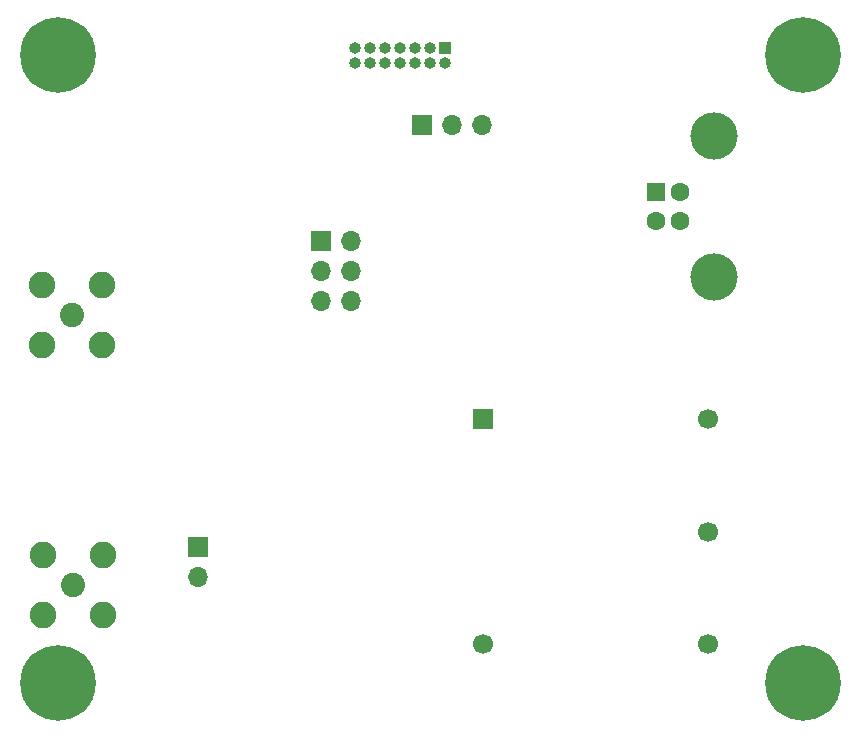
<source format=gbr>
%TF.GenerationSoftware,KiCad,Pcbnew,8.0.0*%
%TF.CreationDate,2024-06-03T00:37:32+08:00*%
%TF.ProjectId,CattusGPSDOv1,43617474-7573-4475-9053-444f76312e6b,rev?*%
%TF.SameCoordinates,Original*%
%TF.FileFunction,Soldermask,Bot*%
%TF.FilePolarity,Negative*%
%FSLAX46Y46*%
G04 Gerber Fmt 4.6, Leading zero omitted, Abs format (unit mm)*
G04 Created by KiCad (PCBNEW 8.0.0) date 2024-06-03 00:37:32*
%MOMM*%
%LPD*%
G01*
G04 APERTURE LIST*
%ADD10R,1.700000X1.700000*%
%ADD11O,1.700000X1.700000*%
%ADD12R,1.600000X1.600000*%
%ADD13C,1.600000*%
%ADD14C,4.000000*%
%ADD15C,2.050000*%
%ADD16C,2.250000*%
%ADD17C,0.800000*%
%ADD18C,6.400000*%
%ADD19C,1.700000*%
%ADD20R,1.000000X1.000000*%
%ADD21O,1.000000X1.000000*%
G04 APERTURE END LIST*
D10*
%TO.C,J5*%
X139885000Y-87525000D03*
D11*
X142425000Y-87525000D03*
X139885000Y-90065000D03*
X142425000Y-90065000D03*
X139885000Y-92605000D03*
X142425000Y-92605000D03*
%TD*%
D12*
%TO.C,J6*%
X168312500Y-83370000D03*
D13*
X168312500Y-85870000D03*
X170312500Y-85870000D03*
X170312500Y-83370000D03*
D14*
X173172500Y-78620000D03*
X173172500Y-90620000D03*
%TD*%
D15*
%TO.C,J1*%
X118920000Y-116680000D03*
D16*
X116380000Y-114140000D03*
X116380000Y-119220000D03*
X121460000Y-114140000D03*
X121460000Y-119220000D03*
%TD*%
D17*
%TO.C,H2*%
X178360000Y-71840000D03*
X179062944Y-70142944D03*
X179062944Y-73537056D03*
X180760000Y-69440000D03*
D18*
X180760000Y-71840000D03*
D17*
X180760000Y-74240000D03*
X182457056Y-70142944D03*
X182457056Y-73537056D03*
X183160000Y-71840000D03*
%TD*%
D15*
%TO.C,J2*%
X118810000Y-93830000D03*
D16*
X116270000Y-91290000D03*
X116270000Y-96370000D03*
X121350000Y-91290000D03*
X121350000Y-96370000D03*
%TD*%
D17*
%TO.C,H4*%
X178352944Y-124942944D03*
X179055888Y-123245888D03*
X179055888Y-126640000D03*
X180752944Y-122542944D03*
D18*
X180752944Y-124942944D03*
D17*
X180752944Y-127342944D03*
X182450000Y-123245888D03*
X182450000Y-126640000D03*
X183152944Y-124942944D03*
%TD*%
D10*
%TO.C,U1*%
X153630000Y-102630000D03*
D19*
X153630000Y-121680000D03*
X172680000Y-121680000D03*
X172680000Y-112155000D03*
X172680000Y-102630000D03*
%TD*%
D17*
%TO.C,H1*%
X115272944Y-71842944D03*
X115975888Y-70145888D03*
X115975888Y-73540000D03*
X117672944Y-69442944D03*
D18*
X117672944Y-71842944D03*
D17*
X117672944Y-74242944D03*
X119370000Y-70145888D03*
X119370000Y-73540000D03*
X120072944Y-71842944D03*
%TD*%
D10*
%TO.C,J7*%
X148440000Y-77770000D03*
D11*
X150980000Y-77770000D03*
X153520000Y-77770000D03*
%TD*%
D17*
%TO.C,H3*%
X115272944Y-124932944D03*
X115975888Y-123235888D03*
X115975888Y-126630000D03*
X117672944Y-122532944D03*
D18*
X117672944Y-124932944D03*
D17*
X117672944Y-127332944D03*
X119370000Y-123235888D03*
X119370000Y-126630000D03*
X120072944Y-124932944D03*
%TD*%
D10*
%TO.C,J4*%
X129530000Y-113435000D03*
D11*
X129530000Y-115975000D03*
%TD*%
D20*
%TO.C,J3*%
X150380000Y-71230000D03*
D21*
X150380000Y-72500000D03*
X149110000Y-71230000D03*
X149110000Y-72500000D03*
X147840000Y-71230000D03*
X147840000Y-72500000D03*
X146570000Y-71230000D03*
X146570000Y-72500000D03*
X145300000Y-71230000D03*
X145300000Y-72500000D03*
X144030000Y-71230000D03*
X144030000Y-72500000D03*
X142760000Y-71230000D03*
X142760000Y-72500000D03*
%TD*%
M02*

</source>
